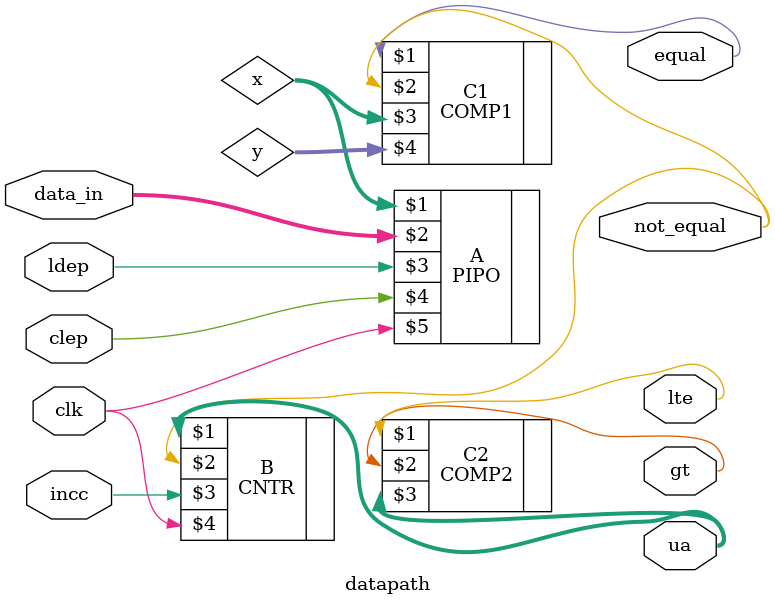
<source format=v>
`timescale 1ns / 1ps
module datapath(ldep,clep,incc,equal,not_equal,lte,gt,data_in,clk,ua);
input ldep,clep,incc,clk;
input [3:0] data_in;
output equal,not_equal,lte,gt;
output [2:0] ua;
wire [3:0] x,y,bus;

PIPO A(x,data_in,ldep,clep,clk);
CNTR B(ua,not_equal,incc,clk);
COMP1 C1(equal,not_equal,x,y);
COMP2 C2(lte,gt,ua);
endmodule

</source>
